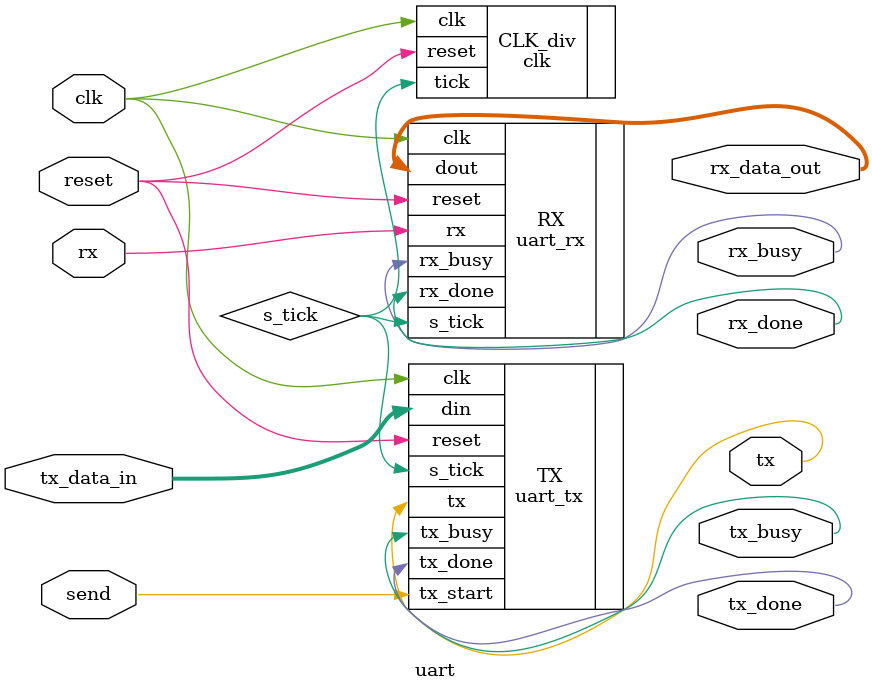
<source format=v>
`timescale 1ns / 1ps

module uart #(parameter DVSR = 651,DATA_WIDTH = 8) (
    input wire clk,reset,
    input wire rx,send,
    input wire [DATA_WIDTH-1:0]tx_data_in,
    output wire [DATA_WIDTH-1:0]rx_data_out,
    output wire rx_done,tx_done,
    output wire rx_busy,tx_busy,
    output wire tx
    );
    
    wire s_tick;
    wire [DATA_WIDTH-1:0]rx_reg;
    
    clk #(.DVSR(DVSR)) CLK_div(
        .clk(clk),
        .reset(reset),
        .tick(s_tick)
    );
    
    uart_rx #(.DATA_WIDTH(DATA_WIDTH)) RX(
        .clk(clk),
        .reset(reset),
        .s_tick(s_tick),
        .rx(rx),
        .dout(rx_data_out),
        .rx_done(rx_done),
        .rx_busy(rx_busy)
    );
        
    uart_tx #(.DATA_WIDTH(DATA_WIDTH)) TX(
        .clk(clk),
        .reset(reset),
        .s_tick(s_tick),
        .din(tx_data_in),
        .tx_start(send),
        .tx(tx),
        .tx_done(tx_done),
        .tx_busy(tx_busy)
    );
    
endmodule

</source>
